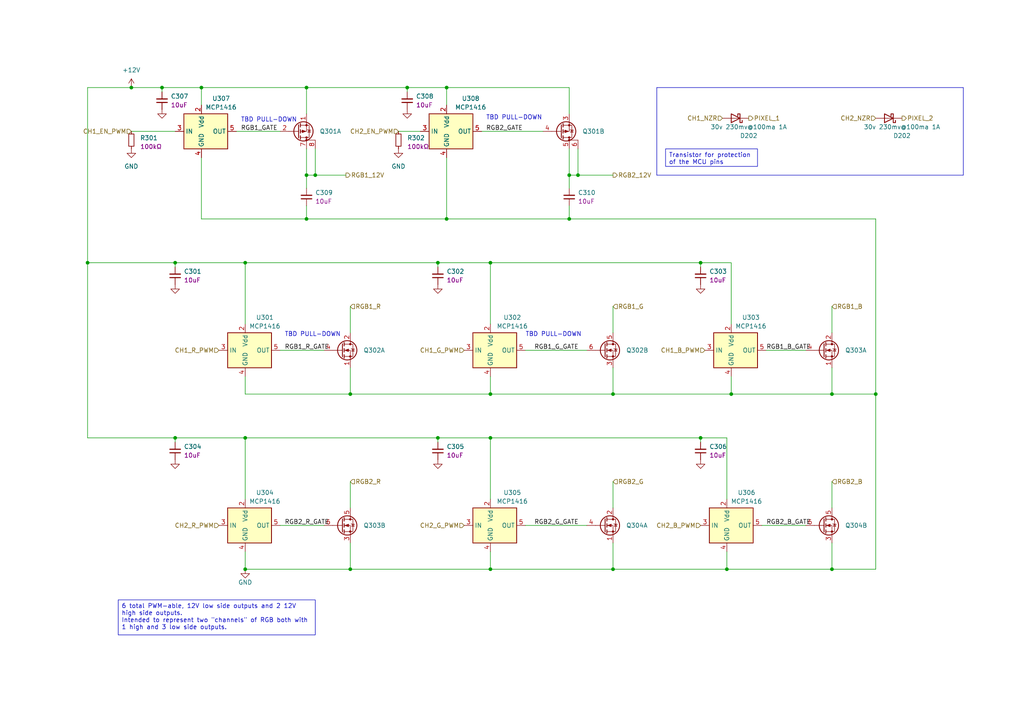
<source format=kicad_sch>
(kicad_sch (version 20230121) (generator eeschema)
  (paper "A4")
  (title_block (title "coneRGB2") (date "2023-05-04") (rev "2") (company "https://cone.codes") (comment 1 "https://github.com/connorrigby/underglow2") (comment 2 "Designed by Connor Rigby") (comment 3 "Handles translating TTL level PWM from the microcontroller and output +12v signals ") (comment 4 "RGB and NZR Output"))
  (lib_symbols
    (symbol "Device:D_Schottky" (pin_numbers hide) (pin_names (offset 1.016) hide)
      (property "Reference" "D" (at 0 2.54 0))
      (property "Value" "D_Schottky" (at 0 -2.54 0))
      (symbol "D_Schottky_0_1"
        (polyline (pts (xy 1.27 0) (xy -1.27 0)))
        (polyline (pts (xy 1.27 1.27) (xy 1.27 -1.27) (xy -1.27 0) (xy 1.27 1.27)) (stroke (width 0.254)))
        (polyline (pts (xy -1.905 0.635) (xy -1.905 1.27) (xy -1.27 1.27) (xy -1.27 -1.27) (xy -0.635 -1.27) (xy -0.635 -0.635)) (stroke (width 0.254)))
      )
      (symbol "D_Schottky_1_1"
        (pin passive line (at -3.81 0 0) (length 2.54) (name "K") (number "1"))
        (pin passive line (at 3.81 0 180) (length 2.54) (name "A") (number "2"))
      )
    )
    (symbol "LCSC_Capacitor:C_0805_10u_X5R" (pin_numbers hide) (pin_names (offset 0.254) hide) (in_bom no)
      (property "Reference" "C" (at 0.254 1.778 0))
      (property "Capacitance" "10uF" (at 0 0 0))
      (symbol "C_0805_10u_X5R_0_1"
        (polyline (pts (xy -1.524 -0.508) (xy 1.524 -0.508)) (stroke (width 0.3302)))
        (polyline (pts (xy -1.524 0.508) (xy 1.524 0.508)) (stroke (width 0.3048)))
      )
      (symbol "C_0805_10u_X5R_1_1"
        (pin passive line (at 0 2.54 270) (length 2.032) (name "~") (number "1"))
        (pin passive line (at 0 -2.54 90) (length 2.032) (name "~") (number "2"))
      )
    )
    (symbol "LCSC_MOSFET:8205A" (pin_names (offset 0) hide)
      (property "Reference" "Q" (at 6.35 1.27 0))
      (symbol "8205A_0_1"
        (polyline (pts (xy 0.254 0) (xy -2.54 0)))
        (polyline (pts (xy 0.254 1.905) (xy 0.254 -1.905)) (stroke (width 0.254)))
        (polyline (pts (xy 0.762 -1.27) (xy 0.762 -2.286)) (stroke (width 0.254)))
        (polyline (pts (xy 0.762 0.508) (xy 0.762 -0.508)) (stroke (width 0.254)))
        (polyline (pts (xy 0.762 2.286) (xy 0.762 1.27)) (stroke (width 0.254)))
        (polyline (pts (xy 2.54 2.54) (xy 2.54 1.778)))
        (polyline (pts (xy 2.54 -2.54) (xy 2.54 0) (xy 0.762 0)))
        (polyline (pts (xy 0.762 -1.778) (xy 3.302 -1.778) (xy 3.302 1.778) (xy 0.762 1.778)))
        (polyline (pts (xy 1.016 0) (xy 2.032 0.381) (xy 2.032 -0.381) (xy 1.016 0)) (fill (type outline)))
        (polyline (pts (xy 2.794 0.508) (xy 2.921 0.381) (xy 3.683 0.381) (xy 3.81 0.254)))
        (polyline (pts (xy 3.302 0.381) (xy 2.921 -0.254) (xy 3.683 -0.254) (xy 3.302 0.381)))
        (circle (center 1.651 0) (radius 2.794) (stroke (width 0.254)))
        (circle (center 2.54 -1.778) (radius 0.254) (fill (type outline)))
        (circle (center 2.54 1.778) (radius 0.254) (fill (type outline)))
      )
      (symbol "8205A_1_1"
        (pin passive line (at 2.54 -5.08 90) (length 2.54) (name "S") (number "1"))
        (pin passive line (at 2.54 5.08 270) (length 2.54) (name "D") (number "2"))
        (pin input line (at -5.08 0 0) (length 2.54) (name "G") (number "4"))
      )
      (symbol "8205A_2_1"
        (pin passive line (at 2.54 -5.08 90) (length 2.54) (name "S") (number "3"))
        (pin passive line (at 2.54 5.08 270) (length 2.54) (name "D") (number "5"))
        (pin input line (at -5.08 0 0) (length 2.54) (name "G") (number "6"))
      )
    )
    (symbol "LCSC_MOSFET:AO4803A" (pin_names (offset 0) hide)
      (property "Reference" "Q" (at 6.35 1.27 0))
      (symbol "AO4803A_0_1"
        (polyline (pts (xy 0.254 0) (xy -2.54 0)))
        (polyline (pts (xy 0.254 1.905) (xy 0.254 -1.905)) (stroke (width 0.254)))
        (polyline (pts (xy 0.762 -1.27) (xy 0.762 -2.286)) (stroke (width 0.254)))
        (polyline (pts (xy 0.762 0.508) (xy 0.762 -0.508)) (stroke (width 0.254)))
        (polyline (pts (xy 0.762 2.286) (xy 0.762 1.27)) (stroke (width 0.254)))
        (polyline (pts (xy 2.54 2.54) (xy 2.54 1.778)))
        (polyline (pts (xy 2.54 -2.54) (xy 2.54 0) (xy 0.762 0)))
        (polyline (pts (xy 0.762 1.778) (xy 3.302 1.778) (xy 3.302 -1.778) (xy 0.762 -1.778)))
        (polyline (pts (xy 2.286 0) (xy 1.27 0.381) (xy 1.27 -0.381) (xy 2.286 0)) (fill (type outline)))
        (polyline (pts (xy 2.794 -0.508) (xy 2.921 -0.381) (xy 3.683 -0.381) (xy 3.81 -0.254)))
        (polyline (pts (xy 3.302 -0.381) (xy 2.921 0.254) (xy 3.683 0.254) (xy 3.302 -0.381)))
        (circle (center 1.651 0) (radius 2.794) (stroke (width 0.254)))
        (circle (center 2.54 -1.778) (radius 0.254) (fill (type outline)))
        (circle (center 2.54 1.778) (radius 0.254) (fill (type outline)))
        (circle (center 2.54 2.54) (radius 0.254) (fill (type outline)))
        (rectangle (start 5.08 2.54) (end 2.54 2.54))
      )
      (symbol "AO4803A_1_1"
        (pin passive line (at 2.54 -5.08 90) (length 2.54) (name "S") (number "1"))
        (pin input line (at -5.08 0 0) (length 2.54) (name "G") (number "2"))
        (pin passive line (at 2.54 5.08 270) (length 2.54) (name "D") (number "7"))
        (pin passive line (at 5.08 5.08 270) (length 2.54) (name "G") (number "8"))
      )
      (symbol "AO4803A_2_1"
        (pin passive line (at 2.54 -5.08 90) (length 2.54) (name "S") (number "3"))
        (pin input line (at -5.08 0 0) (length 2.54) (name "G") (number "4"))
        (pin passive line (at 2.54 5.08 270) (length 2.54) (name "D") (number "5"))
        (pin passive line (at 5.08 5.08 270) (length 2.54) (name "G") (number "6"))
      )
    )
    (symbol "LCSC_MOSFET:MCP1416"
      (property "Reference" "U" (at -5.08 6.35 0))
      (property "Value" "MCP1416" (at 1.27 6.35 0))
      (symbol "MCP1416_0_1"
        (rectangle (start -5.08 5.08) (end 7.62 -5.08) (stroke (width 0.254)) (fill (type background)))
      )
      (symbol "MCP1416_1_1"
        (pin no_connect line (at 7.62 -2.54 180) (length 2.54) hide (name "NC") (number "1"))
        (pin power_in line (at 0 7.62 270) (length 2.54) (name "Vdd") (number "2"))
        (pin input line (at -7.62 0 0) (length 2.54) (name "IN") (number "3"))
        (pin power_in line (at 0 -7.62 90) (length 2.54) (name "GND") (number "4"))
        (pin output line (at 10.16 0 180) (length 2.54) (name "OUT") (number "5"))
      )
    )
    (symbol "LCSC_Resistor:R_0603_100k" (pin_numbers hide) (pin_names (offset 0.254) hide) (in_bom no)
      (property "Reference" "R" (at 0.762 0.508 0))
      (property "Resistance" "100kΩ" (at 0 0 0))
      (symbol "R_0603_100k_0_1"
        (rectangle (start -0.762 1.778) (end 0.762 -1.778) (stroke (width 0.2032)))
      )
      (symbol "R_0603_100k_1_1"
        (pin passive line (at 0 2.54 270) (length 0.762) (name "~") (number "1"))
        (pin passive line (at 0 -2.54 90) (length 0.762) (name "~") (number "2"))
      )
    )
    (symbol "power:+12V" (power) (pin_names (offset 0))
      (property "Value" "+12V" (at 0 3.556 0))
      (symbol "+12V_0_1"
        (polyline (pts (xy -0.762 1.27) (xy 0 2.54)))
        (polyline (pts (xy 0 0) (xy 0 2.54)))
        (polyline (pts (xy 0 2.54) (xy 0.762 1.27)))
      )
      (symbol "+12V_1_1"
        (pin power_in line (at 0 0 90) (length 0) hide (name "+12V") (number "1"))
      )
    )
    (symbol "power:GND" (power) (pin_names (offset 0))
      (property "Value" "GND" (at 0 -3.81 0))
      (symbol "GND_0_1"
        (polyline (pts (xy 0 0) (xy 0 -1.27) (xy 1.27 -1.27) (xy 0 -2.54) (xy -1.27 -1.27) (xy 0 -1.27)))
      )
      (symbol "GND_1_1"
        (pin power_in line (at 0 0 270) (length 0) hide (name "GND") (number "1"))
      )
    )
  )
  (junction (at 177.8 114.3))
  (junction (at 71.12 127))
  (junction (at 241.3 114.3))
  (junction (at 212.09 114.3))
  (junction (at 203.2 76.2))
  (junction (at 165.1 63.5))
  (junction (at 254 114.3))
  (junction (at 101.6 114.3))
  (junction (at 71.12 76.2))
  (junction (at 50.8 76.2))
  (junction (at 58.42 25.4))
  (junction (at 127 127))
  (junction (at 142.24 127))
  (junction (at 91.44 50.8))
  (junction (at 38.1 25.4))
  (junction (at 71.12 165.1))
  (junction (at 203.2 127))
  (junction (at 88.9 50.8))
  (junction (at 118.11 25.4))
  (junction (at 46.99 25.4))
  (junction (at 142.24 76.2))
  (junction (at 165.1 50.8))
  (junction (at 142.24 165.1))
  (junction (at 88.9 25.4))
  (junction (at 129.54 25.4))
  (junction (at 210.82 165.1))
  (junction (at 25.4 76.2))
  (junction (at 88.9 63.5))
  (junction (at 50.8 127))
  (junction (at 142.24 114.3))
  (junction (at 127 76.2))
  (junction (at 167.64 50.8))
  (junction (at 241.3 165.1))
  (junction (at 177.8 165.1))
  (junction (at 129.54 63.5))
  (junction (at 101.6 165.1))
  (wire (pts (xy 71.12 127) (xy 127 127)))
  (wire (pts (xy 25.4 76.2) (xy 50.8 76.2)))
  (wire (pts (xy 71.12 76.2) (xy 50.8 76.2)))
  (wire (pts (xy 142.24 165.1) (xy 177.8 165.1)))
  (wire (pts (xy 142.24 114.3) (xy 177.8 114.3)))
  (wire (pts (xy 71.12 165.1) (xy 71.12 160.02)))
  (wire (pts (xy 142.24 127) (xy 142.24 144.78)))
  (wire (pts (xy 88.9 25.4) (xy 118.11 25.4)))
  (polyline (pts (xy 279.4 50.8) (xy 190.5 50.8)))
  (wire (pts (xy 91.44 43.18) (xy 91.44 50.8)))
  (wire (pts (xy 68.58 38.1) (xy 81.28 38.1)))
  (wire (pts (xy 50.8 127) (xy 71.12 127)))
  (wire (pts (xy 129.54 25.4) (xy 165.1 25.4)))
  (wire (pts (xy 220.98 152.4) (xy 233.68 152.4)))
  (wire (pts (xy 212.09 76.2) (xy 203.2 76.2)))
  (wire (pts (xy 177.8 139.7) (xy 177.8 147.32)))
  (wire (pts (xy 203.2 127) (xy 210.82 127)))
  (wire (pts (xy 101.6 165.1) (xy 101.6 157.48)))
  (wire (pts (xy 212.09 93.98) (xy 212.09 76.2)))
  (wire (pts (xy 139.7 38.1) (xy 157.48 38.1)))
  (wire (pts (xy 210.82 160.02) (xy 210.82 165.1)))
  (wire (pts (xy 203.2 77.47) (xy 203.2 76.2)))
  (wire (pts (xy 25.4 76.2) (xy 25.4 127)))
  (wire (pts (xy 25.4 25.4) (xy 38.1 25.4)))
  (wire (pts (xy 165.1 54.61) (xy 165.1 50.8)))
  (wire (pts (xy 165.1 33.02) (xy 165.1 25.4)))
  (wire (pts (xy 241.3 139.7) (xy 241.3 147.32)))
  (polyline (pts (xy 190.5 25.4) (xy 190.5 50.8)))
  (wire (pts (xy 212.09 109.22) (xy 212.09 114.3)))
  (wire (pts (xy 58.42 30.48) (xy 58.42 25.4)))
  (wire (pts (xy 127 77.47) (xy 127 76.2)))
  (wire (pts (xy 167.64 50.8) (xy 165.1 50.8)))
  (wire (pts (xy 177.8 165.1) (xy 177.8 157.48)))
  (wire (pts (xy 88.9 54.61) (xy 88.9 50.8)))
  (wire (pts (xy 241.3 165.1) (xy 210.82 165.1)))
  (wire (pts (xy 241.3 106.68) (xy 241.3 114.3)))
  (wire (pts (xy 177.8 50.8) (xy 167.64 50.8)))
  (wire (pts (xy 152.4 152.4) (xy 170.18 152.4)))
  (wire (pts (xy 88.9 63.5) (xy 129.54 63.5)))
  (wire (pts (xy 203.2 76.2) (xy 142.24 76.2)))
  (wire (pts (xy 88.9 63.5) (xy 58.42 63.5)))
  (wire (pts (xy 222.25 101.6) (xy 233.68 101.6)))
  (wire (pts (xy 129.54 45.72) (xy 129.54 63.5)))
  (wire (pts (xy 46.99 26.67) (xy 46.99 25.4)))
  (wire (pts (xy 254 114.3) (xy 254 165.1)))
  (wire (pts (xy 100.33 50.8) (xy 91.44 50.8)))
  (wire (pts (xy 152.4 101.6) (xy 170.18 101.6)))
  (wire (pts (xy 101.6 139.7) (xy 101.6 147.32)))
  (wire (pts (xy 142.24 165.1) (xy 142.24 160.02)))
  (wire (pts (xy 118.11 26.67) (xy 118.11 25.4)))
  (wire (pts (xy 101.6 88.9) (xy 101.6 96.52)))
  (wire (pts (xy 91.44 50.8) (xy 88.9 50.8)))
  (wire (pts (xy 25.4 25.4) (xy 25.4 76.2)))
  (wire (pts (xy 71.12 114.3) (xy 71.12 109.22)))
  (polyline (pts (xy 279.4 25.4) (xy 279.4 50.8)))
  (wire (pts (xy 50.8 77.47) (xy 50.8 76.2)))
  (wire (pts (xy 71.12 76.2) (xy 127 76.2)))
  (wire (pts (xy 177.8 88.9) (xy 177.8 96.52)))
  (wire (pts (xy 58.42 25.4) (xy 88.9 25.4)))
  (wire (pts (xy 118.11 25.4) (xy 129.54 25.4)))
  (wire (pts (xy 88.9 43.18) (xy 88.9 50.8)))
  (wire (pts (xy 71.12 127) (xy 71.12 144.78)))
  (wire (pts (xy 167.64 43.18) (xy 167.64 50.8)))
  (wire (pts (xy 88.9 25.4) (xy 88.9 33.02)))
  (wire (pts (xy 50.8 128.27) (xy 50.8 127)))
  (wire (pts (xy 142.24 165.1) (xy 101.6 165.1)))
  (wire (pts (xy 101.6 114.3) (xy 101.6 106.68)))
  (wire (pts (xy 129.54 25.4) (xy 129.54 30.48)))
  (polyline (pts (xy 190.5 25.4) (xy 279.4 25.4)))
  (wire (pts (xy 254 63.5) (xy 254 114.3)))
  (wire (pts (xy 165.1 63.5) (xy 254 63.5)))
  (wire (pts (xy 71.12 114.3) (xy 101.6 114.3)))
  (wire (pts (xy 241.3 88.9) (xy 241.3 96.52)))
  (wire (pts (xy 177.8 114.3) (xy 212.09 114.3)))
  (wire (pts (xy 127 76.2) (xy 142.24 76.2)))
  (wire (pts (xy 101.6 165.1) (xy 71.12 165.1)))
  (wire (pts (xy 241.3 114.3) (xy 254 114.3)))
  (wire (pts (xy 210.82 127) (xy 210.82 144.78)))
  (wire (pts (xy 58.42 45.72) (xy 58.42 63.5)))
  (wire (pts (xy 38.1 38.1) (xy 50.8 38.1)))
  (wire (pts (xy 88.9 59.69) (xy 88.9 63.5)))
  (wire (pts (xy 127 128.27) (xy 127 127)))
  (wire (pts (xy 81.28 101.6) (xy 93.98 101.6)))
  (wire (pts (xy 71.12 76.2) (xy 71.12 93.98)))
  (wire (pts (xy 46.99 25.4) (xy 58.42 25.4)))
  (wire (pts (xy 38.1 25.4) (xy 46.99 25.4)))
  (wire (pts (xy 241.3 157.48) (xy 241.3 165.1)))
  (wire (pts (xy 165.1 43.18) (xy 165.1 50.8)))
  (wire (pts (xy 101.6 114.3) (xy 142.24 114.3)))
  (wire (pts (xy 142.24 109.22) (xy 142.24 114.3)))
  (wire (pts (xy 142.24 127) (xy 203.2 127)))
  (wire (pts (xy 129.54 63.5) (xy 165.1 63.5)))
  (wire (pts (xy 203.2 128.27) (xy 203.2 127)))
  (wire (pts (xy 25.4 127) (xy 50.8 127)))
  (wire (pts (xy 115.57 38.1) (xy 121.92 38.1)))
  (wire (pts (xy 210.82 165.1) (xy 177.8 165.1)))
  (wire (pts (xy 241.3 114.3) (xy 212.09 114.3)))
  (wire (pts (xy 81.28 152.4) (xy 93.98 152.4)))
  (wire (pts (xy 254 165.1) (xy 241.3 165.1)))
  (wire (pts (xy 142.24 76.2) (xy 142.24 93.98)))
  (wire (pts (xy 127 127) (xy 142.24 127)))
  (wire (pts (xy 165.1 59.69) (xy 165.1 63.5)))
  (wire (pts (xy 177.8 106.68) (xy 177.8 114.3)))
  (text_box "Transistor for protection of the MCU pins" (at 193.04 43.18 0) (size 26.67 5.08) (effects (font (size 1.27 1.27)) (justify left top)))
  (text_box "6 total PWM-able, 12V low side outputs and 2 12V high side outputs.\nIntended to represent two \"channels\" of RGB both with 1 high and 3 low side outputs.\n" (at 34.29 173.99 0) (size 57.15 10.16) (effects (font (size 1.27 1.27)) (justify left top)))
  (text "TBD PULL-DOWN" (at 69.85 35.56 0) (effects (font (size 1.27 1.27)) (justify left bottom)))
  (text "TBD PULL-DOWN" (at 152.4 97.79 0) (effects (font (size 1.27 1.27)) (justify left bottom)))
  (text "TBD PULL-DOWN" (at 140.97 34.925 0) (effects (font (size 1.27 1.27)) (justify left bottom)))
  (text "TBD PULL-DOWN" (at 82.55 97.79 0) (effects (font (size 1.27 1.27)) (justify left bottom)))
  (label "RGB1_GATE" (at 69.85 38.1 0))
  (label "RGB1_R_GATE" (at 82.55 101.6 0))
  (label "RGB2_B_GATE" (at 222.25 152.4 0))
  (label "RGB2_G_GATE" (at 154.94 152.4 0))
  (label "RGB2_R_GATE" (at 82.55 152.4 0))
  (label "RGB1_G_GATE" (at 154.94 101.6 0))
  (label "RGB2_GATE" (at 140.97 38.1 0))
  (label "RGB1_B_GATE" (at 222.25 101.6 0))
  (hierarchical_label "CH2_B_PWM" (shape input) (at 203.2 152.4 180))
  (hierarchical_label "RGB2_12V" (shape output) (at 177.8 50.8 0))
  (hierarchical_label "RGB1_R" (shape input) (at 101.6 88.9 0))
  (hierarchical_label "CH2_R_PWM" (shape input) (at 63.5 152.4 180))
  (hierarchical_label "RGB2_B" (shape input) (at 241.3 139.7 0))
  (hierarchical_label "CH2_EN_PWM" (shape input) (at 115.57 38.1 180))
  (hierarchical_label "RGB1_12V" (shape output) (at 100.33 50.8 0))
  (hierarchical_label "CH2_G_PWM" (shape input) (at 134.62 152.4 180))
  (hierarchical_label "RGB2_R" (shape input) (at 101.6 139.7 0))
  (hierarchical_label "PIXEL_1" (shape output) (at 217.17 34.29 0))
  (hierarchical_label "CH1_G_PWM" (shape input) (at 134.62 101.6 180))
  (hierarchical_label "PIXEL_2" (shape output) (at 261.62 34.29 0))
  (hierarchical_label "CH1_EN_PWM" (shape input) (at 38.1 38.1 180))
  (hierarchical_label "CH2_NZR" (shape input) (at 254 34.29 180) (property "Netclass" "GPIO" (effects hide)))
  (hierarchical_label "RGB1_G" (shape input) (at 177.8 88.9 0))
  (hierarchical_label "RGB2_G" (shape input) (at 177.8 139.7 0))
  (hierarchical_label "CH1_NZR" (shape input) (at 209.55 34.29 180) (property "Netclass" "GPIO" (effects hide)))
  (hierarchical_label "CH1_B_PWM" (shape input) (at 204.47 101.6 180))
  (hierarchical_label "RGB1_B" (shape input) (at 241.3 88.9 0))
  (hierarchical_label "CH1_R_PWM" (shape input) (at 63.5 101.6 180))
  (symbol (lib_id "power:GND") (at 50.8 133.35 0) (unit 1)
    (property "Reference" "#PWR0115" (effects hide))
    (property "Value" "GND" (effects hide))
  )
  (symbol (lib_id "LCSC_Resistor:R_0603_100k") (at 115.57 40.64 0) (unit 1)
    (property "Reference" "R302" (at 118.11 40.005 0) (effects (justify left)))
    (property "Value" "R_0603_100k" (effects hide))
    (property "Footprint" "Resistor_SMD:R_0603_1608Metric" (effects hide))
    (property "Datasheet" "https://datasheet.lcsc.com/lcsc/2012281733_Viking-Tech-ARG03BTC1003_C335088.pdf" (effects hide))
    (property "LCSC" "C335088" (effects hide))
    (property "MPN" "ARG03BTC1003" (effects hide))
    (property "Resistance" "100kΩ" (at 118.11 42.545 0) (effects (justify left)))
  )
  (symbol (lib_id "power:GND") (at 203.2 82.55 0) (unit 1)
    (property "Reference" "#PWR0119" (effects hide))
    (property "Value" "GND" (effects hide))
  )
  (symbol (lib_id "LCSC_Capacitor:C_0805_10u_X5R") (at 127 130.81 180) (unit 1)
    (property "Reference" "C305" (at 129.54 129.5335 0) (effects (justify right)))
    (property "Value" "C_0805_10u_X5R" (effects hide))
    (property "Footprint" "Capacitor_SMD:C_0805_2012Metric" (effects hide))
    (property "Datasheet" "https://datasheet.lcsc.com/lcsc/1810201234_Murata-Electronics-GRM21BR6YA106KE43L_C162422.pdf" (effects hide))
    (property "Capacitance" "10uF" (at 129.54 132.0735 0) (effects (justify right)))
    (property "LCSC" "C162422" (effects hide))
    (property "MPN" "GRM21BR6YA106KE43L" (effects hide))
    (property "Voltage" "35V" (effects hide))
    (property "Tolerance" "10%" (effects hide))
    (property "Temperature" "X5R" (effects hide))
  )
  (symbol (lib_id "LCSC_MOSFET:AO4803A") (at 86.36 38.1 0) (mirror x) (unit 1)
    (property "Reference" "Q301" (at 92.71 38.0999 0) (effects (justify left)))
    (property "Value" "AO4803A" (effects hide))
    (property "Footprint" "Package_SO:SOP-8_3.76x4.96mm_P1.27mm" (effects hide))
    (property "Datasheet" "https://datasheet.lcsc.com/lcsc/2210271700_ElecSuper-AO4803A_C5224315.pdf" (effects hide))
    (property "MPN" "AO4803A" (effects hide))
    (property "LCSC" "C5224315" (effects hide))
  )
  (symbol (lib_id "LCSC_Capacitor:C_0805_10u_X5R") (at 88.9 57.15 180) (unit 1)
    (property "Reference" "C309" (at 91.44 55.8735 0) (effects (justify right)))
    (property "Value" "C_0805_10u_X5R" (effects hide))
    (property "Footprint" "Capacitor_SMD:C_0805_2012Metric" (effects hide))
    (property "Datasheet" "https://datasheet.lcsc.com/lcsc/1810201234_Murata-Electronics-GRM21BR6YA106KE43L_C162422.pdf" (effects hide))
    (property "Capacitance" "10uF" (at 91.44 58.4135 0) (effects (justify right)))
    (property "LCSC" "C162422" (effects hide))
    (property "MPN" "GRM21BR6YA106KE43L" (effects hide))
    (property "Voltage" "35V" (effects hide))
    (property "Tolerance" "10%" (effects hide))
    (property "Temperature" "X5R" (effects hide))
  )
  (symbol (lib_id "LCSC_MOSFET:8205A") (at 99.06 101.6 0) (unit 1)
    (property "Reference" "Q302" (at 105.41 101.5999 0) (effects (justify left)))
    (property "Value" "8205A" (effects hide))
    (property "Footprint" "Package_TO_SOT_SMD:SOT-23-6" (effects hide))
    (property "Datasheet" "https://datasheet.lcsc.com/lcsc/2112011530_JSMSEMI-8205A_C2762931.pdf" (effects hide))
    (property "MPN" "8205A" (effects hide))
    (property "LCSC" "C2762931" (effects hide))
  )
  (symbol (lib_id "power:GND") (at 38.1 43.18 0) (unit 1)
    (property "Reference" "#PWR0301" (effects hide))
    (property "Value" "GND" (at 38.1 48.26 0))
  )
  (symbol (lib_id "LCSC_Capacitor:C_0805_10u_X5R") (at 203.2 130.81 180) (unit 1)
    (property "Reference" "C306" (at 205.74 129.5335 0) (effects (justify right)))
    (property "Value" "C_0805_10u_X5R" (effects hide))
    (property "Footprint" "Capacitor_SMD:C_0805_2012Metric" (effects hide))
    (property "Datasheet" "https://datasheet.lcsc.com/lcsc/1810201234_Murata-Electronics-GRM21BR6YA106KE43L_C162422.pdf" (effects hide))
    (property "Capacitance" "10uF" (at 205.74 132.0735 0) (effects (justify right)))
    (property "LCSC" "C162422" (effects hide))
    (property "MPN" "GRM21BR6YA106KE43L" (effects hide))
    (property "Voltage" "35V" (effects hide))
    (property "Tolerance" "10%" (effects hide))
    (property "Temperature" "X5R" (effects hide))
  )
  (symbol (lib_id "Device:D_Schottky") (at 213.36 34.29 180) (unit 1)
    (property "Reference" "D202" (at 217.17 39.37 0))
    (property "Value" "30v 230mv@100ma 1A" (at 217.17 36.83 0))
    (property "Footprint" "Diode_SMD:D_SOD-323F" (effects hide))
    (property "Datasheet" "https://datasheet.lcsc.com/lcsc/1810181811_TOSHIBA-CUS10S30-H3F_C146335.pdf" (effects hide))
    (property "LCSC" "C146335" (effects hide))
    (property "MPN" "CUS10S30,H3F" (effects hide))
    (instances (project "underglow2" (path "" (reference "D202") (unit 1)) (path "" (reference "D505") (unit 1)) (path "" (reference "D301") (unit 1))))
  )
  (symbol (lib_id "LCSC_MOSFET:8205A") (at 99.06 152.4 0) (unit 2)
    (property "Reference" "Q303" (at 105.41 152.3999 0) (effects (justify left)))
    (property "Value" "8205A" (effects hide))
    (property "Footprint" "Package_TO_SOT_SMD:SOT-23-6" (effects hide))
    (property "Datasheet" "https://datasheet.lcsc.com/lcsc/2112011530_JSMSEMI-8205A_C2762931.pdf" (effects hide))
    (property "MPN" "8205A" (effects hide))
    (property "LCSC" "C2762931" (effects hide))
  )
  (symbol (lib_id "power:GND") (at 71.12 165.1 0) (unit 1)
    (property "Reference" "#PWR0109" (effects hide))
    (property "Value" "GND" (at 71.12 168.91 0))
  )
  (symbol (lib_id "LCSC_MOSFET:MCP1416") (at 129.54 38.1 0) (unit 1)
    (property "Reference" "U308" (at 136.525 28.575 0))
    (property "Value" "MCP1416" (at 136.525 31.115 0))
    (property "Footprint" "Package_TO_SOT_SMD:SOT-23-5" (effects hide))
    (property "Datasheet" "http://ww1.microchip.com/downloads/en/DeviceDoc/20002092F.pdf" (effects hide))
    (property "LCSC" "C83775" (effects hide))
    (property "MPN" "MCP1416T-E/OT" (effects hide))
  )
  (symbol (lib_id "LCSC_Capacitor:C_0805_10u_X5R") (at 165.1 57.15 180) (unit 1)
    (property "Reference" "C310" (at 167.64 55.8735 0) (effects (justify right)))
    (property "Value" "C_0805_10u_X5R" (effects hide))
    (property "Footprint" "Capacitor_SMD:C_0805_2012Metric" (effects hide))
    (property "Datasheet" "https://datasheet.lcsc.com/lcsc/1810201234_Murata-Electronics-GRM21BR6YA106KE43L_C162422.pdf" (effects hide))
    (property "Capacitance" "10uF" (at 167.64 58.4135 0) (effects (justify right)))
    (property "LCSC" "C162422" (effects hide))
    (property "MPN" "GRM21BR6YA106KE43L" (effects hide))
    (property "Voltage" "35V" (effects hide))
    (property "Tolerance" "10%" (effects hide))
    (property "Temperature" "X5R" (effects hide))
  )
  (symbol (lib_id "power:GND") (at 50.8 82.55 0) (unit 1)
    (property "Reference" "#PWR0114" (effects hide))
    (property "Value" "GND" (effects hide))
  )
  (symbol (lib_id "LCSC_MOSFET:8205A") (at 238.76 152.4 0) (unit 2)
    (property "Reference" "Q304" (at 245.11 152.3999 0) (effects (justify left)))
    (property "Value" "8205A" (effects hide))
    (property "Footprint" "Package_TO_SOT_SMD:SOT-23-6" (effects hide))
    (property "Datasheet" "https://datasheet.lcsc.com/lcsc/2112011530_JSMSEMI-8205A_C2762931.pdf" (effects hide))
    (property "MPN" "8205A" (effects hide))
    (property "LCSC" "C2762931" (effects hide))
  )
  (symbol (lib_id "LCSC_Capacitor:C_0805_10u_X5R") (at 50.8 130.81 180) (unit 1)
    (property "Reference" "C304" (at 53.34 129.5335 0) (effects (justify right)))
    (property "Value" "C_0805_10u_X5R" (effects hide))
    (property "Footprint" "Capacitor_SMD:C_0805_2012Metric" (effects hide))
    (property "Datasheet" "https://datasheet.lcsc.com/lcsc/1810201234_Murata-Electronics-GRM21BR6YA106KE43L_C162422.pdf" (effects hide))
    (property "Capacitance" "10uF" (at 53.34 132.0735 0) (effects (justify right)))
    (property "LCSC" "C162422" (effects hide))
    (property "MPN" "GRM21BR6YA106KE43L" (effects hide))
    (property "Voltage" "35V" (effects hide))
    (property "Tolerance" "10%" (effects hide))
    (property "Temperature" "X5R" (effects hide))
  )
  (symbol (lib_id "Device:D_Schottky") (at 257.81 34.29 180) (unit 1)
    (property "Reference" "D202" (at 261.62 39.37 0))
    (property "Value" "30v 230mv@100ma 1A" (at 261.62 36.83 0))
    (property "Footprint" "Diode_SMD:D_SOD-323F" (effects hide))
    (property "Datasheet" "https://datasheet.lcsc.com/lcsc/1810181811_TOSHIBA-CUS10S30-H3F_C146335.pdf" (effects hide))
    (property "LCSC" "C146335" (effects hide))
    (property "MPN" "CUS10S30,H3F" (effects hide))
    (instances (project "underglow2" (path "" (reference "D202") (unit 1)) (path "" (reference "D505") (unit 1)) (path "" (reference "D302") (unit 1))))
  )
  (symbol (lib_id "LCSC_MOSFET:8205A") (at 175.26 152.4 0) (unit 1)
    (property "Reference" "Q304" (at 181.61 152.3999 0) (effects (justify left)))
    (property "Value" "8205A" (effects hide))
    (property "Footprint" "Package_TO_SOT_SMD:SOT-23-6" (effects hide))
    (property "Datasheet" "https://datasheet.lcsc.com/lcsc/2112011530_JSMSEMI-8205A_C2762931.pdf" (effects hide))
    (property "MPN" "8205A" (effects hide))
    (property "LCSC" "C2762931" (effects hide))
  )
  (symbol (lib_id "LCSC_MOSFET:MCP1416") (at 212.09 101.6 0) (unit 1)
    (property "Reference" "U303" (at 217.805 92.075 0))
    (property "Value" "MCP1416" (at 217.805 94.615 0))
    (property "Footprint" "Package_TO_SOT_SMD:SOT-23-5" (effects hide))
    (property "Datasheet" "http://ww1.microchip.com/downloads/en/DeviceDoc/20002092F.pdf" (effects hide))
    (property "LCSC" "C83775" (effects hide))
    (property "MPN" "MCP1416T-E/OT" (effects hide))
  )
  (symbol (lib_id "LCSC_MOSFET:MCP1416") (at 71.12 152.4 0) (unit 1)
    (property "Reference" "U304" (at 76.835 142.875 0))
    (property "Value" "MCP1416" (at 76.835 145.415 0))
    (property "Footprint" "Package_TO_SOT_SMD:SOT-23-5" (effects hide))
    (property "Datasheet" "http://ww1.microchip.com/downloads/en/DeviceDoc/20002092F.pdf" (effects hide))
    (property "LCSC" "C83775" (effects hide))
    (property "MPN" "MCP1416T-E/OT" (effects hide))
  )
  (symbol (lib_id "power:GND") (at 115.57 43.18 0) (unit 1)
    (property "Reference" "#PWR0302" (effects hide))
    (property "Value" "GND" (at 115.57 48.26 0))
  )
  (symbol (lib_id "LCSC_MOSFET:8205A") (at 175.26 101.6 0) (unit 2)
    (property "Reference" "Q302" (at 181.61 101.5999 0) (effects (justify left)))
    (property "Value" "8205A" (effects hide))
    (property "Footprint" "Package_TO_SOT_SMD:SOT-23-6" (effects hide))
    (property "Datasheet" "https://datasheet.lcsc.com/lcsc/2112011530_JSMSEMI-8205A_C2762931.pdf" (effects hide))
    (property "MPN" "8205A" (effects hide))
    (property "LCSC" "C2762931" (effects hide))
  )
  (symbol (lib_id "LCSC_Capacitor:C_0805_10u_X5R") (at 50.8 80.01 180) (unit 1)
    (property "Reference" "C301" (at 53.34 78.7335 0) (effects (justify right)))
    (property "Value" "C_0805_10u_X5R" (effects hide))
    (property "Footprint" "Capacitor_SMD:C_0805_2012Metric" (effects hide))
    (property "Datasheet" "https://datasheet.lcsc.com/lcsc/1810201234_Murata-Electronics-GRM21BR6YA106KE43L_C162422.pdf" (effects hide))
    (property "Capacitance" "10uF" (at 53.34 81.2735 0) (effects (justify right)))
    (property "LCSC" "C162422" (effects hide))
    (property "MPN" "GRM21BR6YA106KE43L" (effects hide))
    (property "Voltage" "35V" (effects hide))
    (property "Tolerance" "10%" (effects hide))
    (property "Temperature" "X5R" (effects hide))
  )
  (symbol (lib_id "LCSC_Capacitor:C_0805_10u_X5R") (at 118.11 29.21 180) (unit 1)
    (property "Reference" "C308" (at 120.65 27.9335 0) (effects (justify right)))
    (property "Value" "C_0805_10u_X5R" (effects hide))
    (property "Footprint" "Capacitor_SMD:C_0805_2012Metric" (effects hide))
    (property "Datasheet" "https://datasheet.lcsc.com/lcsc/1810201234_Murata-Electronics-GRM21BR6YA106KE43L_C162422.pdf" (effects hide))
    (property "Capacitance" "10uF" (at 120.65 30.4735 0) (effects (justify right)))
    (property "LCSC" "C162422" (effects hide))
    (property "MPN" "GRM21BR6YA106KE43L" (effects hide))
    (property "Voltage" "35V" (effects hide))
    (property "Tolerance" "10%" (effects hide))
    (property "Temperature" "X5R" (effects hide))
  )
  (symbol (lib_id "LCSC_MOSFET:AO4803A") (at 162.56 38.1 0) (mirror x) (unit 2)
    (property "Reference" "Q301" (at 168.91 38.0999 0) (effects (justify left)))
    (property "Value" "AO4803A" (effects hide))
    (property "Footprint" "Package_SO:SOP-8_3.76x4.96mm_P1.27mm" (effects hide))
    (property "Datasheet" "https://datasheet.lcsc.com/lcsc/2210271700_ElecSuper-AO4803A_C5224315.pdf" (effects hide))
    (property "MPN" "AO4803A" (effects hide))
    (property "LCSC" "C5224315" (effects hide))
  )
  (symbol (lib_id "power:+12V") (at 38.1 25.4 0) (unit 1)
    (property "Reference" "#PWR0110" (effects hide))
    (property "Value" "+12V" (at 38.1 20.32 0))
  )
  (symbol (lib_id "LCSC_Resistor:R_0603_100k") (at 38.1 40.64 0) (unit 1)
    (property "Reference" "R301" (at 40.64 40.005 0) (effects (justify left)))
    (property "Value" "R_0603_100k" (effects hide))
    (property "Footprint" "Resistor_SMD:R_0603_1608Metric" (effects hide))
    (property "Datasheet" "https://datasheet.lcsc.com/lcsc/2012281733_Viking-Tech-ARG03BTC1003_C335088.pdf" (effects hide))
    (property "LCSC" "C335088" (effects hide))
    (property "MPN" "ARG03BTC1003" (effects hide))
    (property "Resistance" "100kΩ" (at 40.64 42.545 0) (effects (justify left)))
  )
  (symbol (lib_id "LCSC_MOSFET:MCP1416") (at 142.24 152.4 0) (unit 1)
    (property "Reference" "U305" (at 148.59 142.875 0))
    (property "Value" "MCP1416" (at 148.59 145.415 0))
    (property "Footprint" "Package_TO_SOT_SMD:SOT-23-5" (effects hide))
    (property "Datasheet" "http://ww1.microchip.com/downloads/en/DeviceDoc/20002092F.pdf" (effects hide))
    (property "LCSC" "C83775" (effects hide))
    (property "MPN" "MCP1416T-E/OT" (effects hide))
  )
  (symbol (lib_id "LCSC_MOSFET:MCP1416") (at 210.82 152.4 0) (unit 1)
    (property "Reference" "U306" (at 216.535 142.875 0))
    (property "Value" "MCP1416" (at 216.535 145.415 0))
    (property "Footprint" "Package_TO_SOT_SMD:SOT-23-5" (effects hide))
    (property "Datasheet" "http://ww1.microchip.com/downloads/en/DeviceDoc/20002092F.pdf" (effects hide))
    (property "LCSC" "C83775" (effects hide))
    (property "MPN" "MCP1416T-E/OT" (effects hide))
  )
  (symbol (lib_id "LCSC_MOSFET:MCP1416") (at 71.12 101.6 0) (unit 1)
    (property "Reference" "U301" (at 76.835 92.075 0))
    (property "Value" "MCP1416" (at 76.835 94.615 0))
    (property "Footprint" "Package_TO_SOT_SMD:SOT-23-5" (effects hide))
    (property "Datasheet" "http://ww1.microchip.com/downloads/en/DeviceDoc/20002092F.pdf" (effects hide))
    (property "LCSC" "C83775" (effects hide))
    (property "MPN" "MCP1416T-E/OT" (effects hide))
  )
  (symbol (lib_id "power:GND") (at 127 82.55 0) (unit 1)
    (property "Reference" "#PWR0121" (effects hide))
    (property "Value" "GND" (effects hide))
  )
  (symbol (lib_id "LCSC_Capacitor:C_0805_10u_X5R") (at 46.99 29.21 180) (unit 1)
    (property "Reference" "C307" (at 49.53 27.9335 0) (effects (justify right)))
    (property "Value" "C_0805_10u_X5R" (effects hide))
    (property "Footprint" "Capacitor_SMD:C_0805_2012Metric" (effects hide))
    (property "Datasheet" "https://datasheet.lcsc.com/lcsc/1810201234_Murata-Electronics-GRM21BR6YA106KE43L_C162422.pdf" (effects hide))
    (property "Capacitance" "10uF" (at 49.53 30.4735 0) (effects (justify right)))
    (property "LCSC" "C162422" (effects hide))
    (property "MPN" "GRM21BR6YA106KE43L" (effects hide))
    (property "Voltage" "35V" (effects hide))
    (property "Tolerance" "10%" (effects hide))
    (property "Temperature" "X5R" (effects hide))
  )
  (symbol (lib_id "LCSC_MOSFET:MCP1416") (at 142.24 101.6 0) (unit 1)
    (property "Reference" "U302" (at 148.59 92.075 0))
    (property "Value" "MCP1416" (at 148.59 94.615 0))
    (property "Footprint" "Package_TO_SOT_SMD:SOT-23-5" (effects hide))
    (property "Datasheet" "http://ww1.microchip.com/downloads/en/DeviceDoc/20002092F.pdf" (effects hide))
    (property "LCSC" "C83775" (effects hide))
    (property "MPN" "MCP1416T-E/OT" (effects hide))
  )
  (symbol (lib_id "LCSC_MOSFET:MCP1416") (at 58.42 38.1 0) (unit 1)
    (property "Reference" "U307" (at 64.135 28.575 0))
    (property "Value" "MCP1416" (at 64.135 31.115 0))
    (property "Footprint" "Package_TO_SOT_SMD:SOT-23-5" (effects hide))
    (property "Datasheet" "http://ww1.microchip.com/downloads/en/DeviceDoc/20002092F.pdf" (effects hide))
    (property "LCSC" "C83775" (effects hide))
    (property "MPN" "MCP1416T-E/OT" (effects hide))
  )
  (symbol (lib_id "power:GND") (at 118.11 31.75 0) (unit 1)
    (property "Reference" "#PWR0118" (effects hide))
    (property "Value" "GND" (effects hide))
  )
  (symbol (lib_id "power:GND") (at 127 133.35 0) (unit 1)
    (property "Reference" "#PWR0120" (effects hide))
    (property "Value" "GND" (effects hide))
  )
  (symbol (lib_id "LCSC_Capacitor:C_0805_10u_X5R") (at 127 80.01 180) (unit 1)
    (property "Reference" "C302" (at 129.54 78.7335 0) (effects (justify right)))
    (property "Value" "C_0805_10u_X5R" (effects hide))
    (property "Footprint" "Capacitor_SMD:C_0805_2012Metric" (effects hide))
    (property "Datasheet" "https://datasheet.lcsc.com/lcsc/1810201234_Murata-Electronics-GRM21BR6YA106KE43L_C162422.pdf" (effects hide))
    (property "Capacitance" "10uF" (at 129.54 81.2735 0) (effects (justify right)))
    (property "LCSC" "C162422" (effects hide))
    (property "MPN" "GRM21BR6YA106KE43L" (effects hide))
    (property "Voltage" "35V" (effects hide))
    (property "Tolerance" "10%" (effects hide))
    (property "Temperature" "X5R" (effects hide))
  )
  (symbol (lib_id "power:GND") (at 46.99 31.75 0) (unit 1)
    (property "Reference" "#PWR0117" (effects hide))
    (property "Value" "GND" (effects hide))
  )
  (symbol (lib_id "power:GND") (at 203.2 133.35 0) (unit 1)
    (property "Reference" "#PWR0116" (effects hide))
    (property "Value" "GND" (effects hide))
  )
  (symbol (lib_id "LCSC_Capacitor:C_0805_10u_X5R") (at 203.2 80.01 180) (unit 1)
    (property "Reference" "C303" (at 205.74 78.7335 0) (effects (justify right)))
    (property "Value" "C_0805_10u_X5R" (effects hide))
    (property "Footprint" "Capacitor_SMD:C_0805_2012Metric" (effects hide))
    (property "Datasheet" "https://datasheet.lcsc.com/lcsc/1810201234_Murata-Electronics-GRM21BR6YA106KE43L_C162422.pdf" (effects hide))
    (property "Capacitance" "10uF" (at 205.74 81.2735 0) (effects (justify right)))
    (property "LCSC" "C162422" (effects hide))
    (property "MPN" "GRM21BR6YA106KE43L" (effects hide))
    (property "Voltage" "35V" (effects hide))
    (property "Tolerance" "10%" (effects hide))
    (property "Temperature" "X5R" (effects hide))
  )
  (symbol (lib_id "LCSC_MOSFET:8205A") (at 238.76 101.6 0) (unit 1)
    (property "Reference" "Q303" (at 245.11 101.5999 0) (effects (justify left)))
    (property "Value" "8205A" (effects hide))
    (property "Footprint" "Package_TO_SOT_SMD:SOT-23-6" (effects hide))
    (property "Datasheet" "https://datasheet.lcsc.com/lcsc/2112011530_JSMSEMI-8205A_C2762931.pdf" (effects hide))
    (property "MPN" "8205A" (effects hide))
    (property "LCSC" "C2762931" (effects hide))
  )
)
</source>
